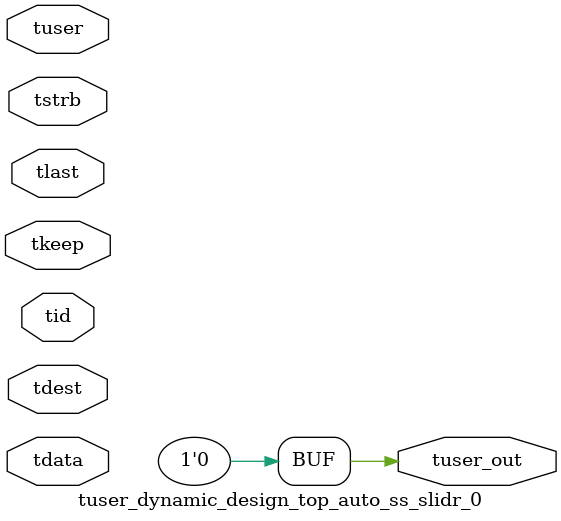
<source format=v>


`timescale 1ps/1ps

module tuser_dynamic_design_top_auto_ss_slidr_0 #
(
parameter C_S_AXIS_TUSER_WIDTH = 1,
parameter C_S_AXIS_TDATA_WIDTH = 32,
parameter C_S_AXIS_TID_WIDTH   = 0,
parameter C_S_AXIS_TDEST_WIDTH = 0,
parameter C_M_AXIS_TUSER_WIDTH = 1
)
(
input  [(C_S_AXIS_TUSER_WIDTH == 0 ? 1 : C_S_AXIS_TUSER_WIDTH)-1:0     ] tuser,
input  [(C_S_AXIS_TDATA_WIDTH == 0 ? 1 : C_S_AXIS_TDATA_WIDTH)-1:0     ] tdata,
input  [(C_S_AXIS_TID_WIDTH   == 0 ? 1 : C_S_AXIS_TID_WIDTH)-1:0       ] tid,
input  [(C_S_AXIS_TDEST_WIDTH == 0 ? 1 : C_S_AXIS_TDEST_WIDTH)-1:0     ] tdest,
input  [(C_S_AXIS_TDATA_WIDTH/8)-1:0 ] tkeep,
input  [(C_S_AXIS_TDATA_WIDTH/8)-1:0 ] tstrb,
input                                                                    tlast,
output [C_M_AXIS_TUSER_WIDTH-1:0] tuser_out
);

assign tuser_out = {1'b0};

endmodule


</source>
